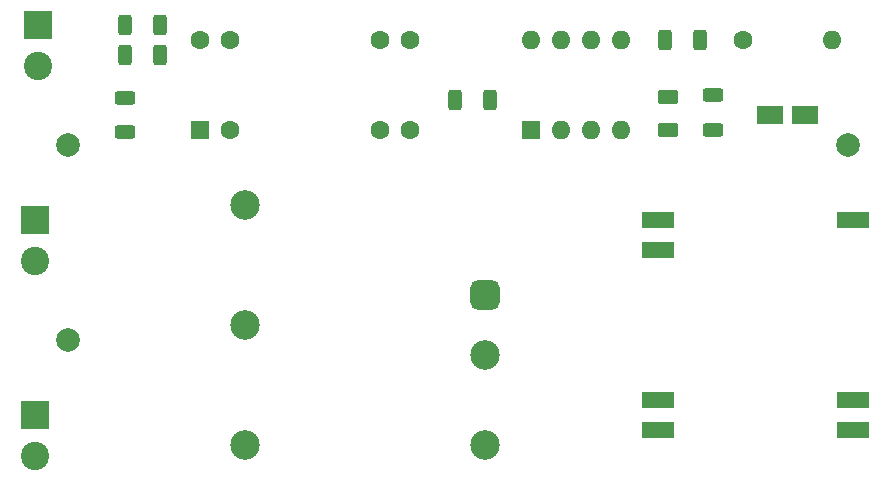
<source format=gts>
%TF.GenerationSoftware,KiCad,Pcbnew,6.0.8-1.fc36*%
%TF.CreationDate,2022-11-05T02:50:58+01:00*%
%TF.ProjectId,recruiting,72656372-7569-4746-996e-672e6b696361,V0*%
%TF.SameCoordinates,Original*%
%TF.FileFunction,Soldermask,Top*%
%TF.FilePolarity,Negative*%
%FSLAX46Y46*%
G04 Gerber Fmt 4.6, Leading zero omitted, Abs format (unit mm)*
G04 Created by KiCad (PCBNEW 6.0.8-1.fc36) date 2022-11-05 02:50:58*
%MOMM*%
%LPD*%
G01*
G04 APERTURE LIST*
G04 Aperture macros list*
%AMRoundRect*
0 Rectangle with rounded corners*
0 $1 Rounding radius*
0 $2 $3 $4 $5 $6 $7 $8 $9 X,Y pos of 4 corners*
0 Add a 4 corners polygon primitive as box body*
4,1,4,$2,$3,$4,$5,$6,$7,$8,$9,$2,$3,0*
0 Add four circle primitives for the rounded corners*
1,1,$1+$1,$2,$3*
1,1,$1+$1,$4,$5*
1,1,$1+$1,$6,$7*
1,1,$1+$1,$8,$9*
0 Add four rect primitives between the rounded corners*
20,1,$1+$1,$2,$3,$4,$5,0*
20,1,$1+$1,$4,$5,$6,$7,0*
20,1,$1+$1,$6,$7,$8,$9,0*
20,1,$1+$1,$8,$9,$2,$3,0*%
G04 Aperture macros list end*
%ADD10C,2.000000*%
%ADD11R,1.600000X1.600000*%
%ADD12O,1.600000X1.600000*%
%ADD13C,1.600000*%
%ADD14RoundRect,0.625000X-0.625000X0.625000X-0.625000X-0.625000X0.625000X-0.625000X0.625000X0.625000X0*%
%ADD15C,2.500000*%
%ADD16R,2.800000X1.400000*%
%ADD17RoundRect,0.250000X-0.312500X-0.625000X0.312500X-0.625000X0.312500X0.625000X-0.312500X0.625000X0*%
%ADD18RoundRect,0.250000X-0.625000X0.312500X-0.625000X-0.312500X0.625000X-0.312500X0.625000X0.312500X0*%
%ADD19R,2.400000X2.400000*%
%ADD20C,2.400000*%
%ADD21RoundRect,0.250000X-0.625000X0.375000X-0.625000X-0.375000X0.625000X-0.375000X0.625000X0.375000X0*%
%ADD22R,2.200000X1.600000*%
G04 APERTURE END LIST*
D10*
%TO.C,H3*%
X175452500Y-78740000D03*
%TD*%
%TO.C,H2*%
X109412500Y-95250000D03*
%TD*%
%TO.C,H1*%
X109412500Y-78740000D03*
%TD*%
D11*
%TO.C,U4*%
X148600000Y-77460000D03*
D12*
X151140000Y-77460000D03*
X153680000Y-77460000D03*
X156220000Y-77460000D03*
X156220000Y-69840000D03*
X153680000Y-69840000D03*
X151140000Y-69840000D03*
X148600000Y-69840000D03*
%TD*%
D11*
%TO.C,U3*%
X120650000Y-77465000D03*
D13*
X123190000Y-77465000D03*
X135890000Y-77465000D03*
X138430000Y-77465000D03*
X138430000Y-69845000D03*
X135890000Y-69845000D03*
X123190000Y-69845000D03*
X120650000Y-69845000D03*
%TD*%
D14*
%TO.C,U2*%
X144780000Y-91440000D03*
D15*
X144780000Y-96520000D03*
X124460000Y-83820000D03*
X124460000Y-93980000D03*
X124460000Y-104140000D03*
X144780000Y-104140000D03*
%TD*%
D16*
%TO.C,U1*%
X175890000Y-85090000D03*
X175890000Y-100330000D03*
X175890000Y-102870000D03*
X159390000Y-102870000D03*
X159390000Y-100330000D03*
X159390000Y-87630000D03*
X159390000Y-85090000D03*
%TD*%
D17*
%TO.C,R6*%
X160020000Y-69850000D03*
X162945000Y-69850000D03*
%TD*%
%TO.C,R5*%
X114300000Y-68580000D03*
X117225000Y-68580000D03*
%TD*%
D18*
%TO.C,R4*%
X114300000Y-74737500D03*
X114300000Y-77662500D03*
%TD*%
D17*
%TO.C,R3*%
X142240000Y-74930000D03*
X145165000Y-74930000D03*
%TD*%
%TO.C,R2*%
X114300000Y-71120000D03*
X117225000Y-71120000D03*
%TD*%
D18*
%TO.C,R1*%
X164022500Y-74545000D03*
X164022500Y-77470000D03*
%TD*%
D19*
%TO.C,J3*%
X106680000Y-85090000D03*
D20*
X106680000Y-88590000D03*
%TD*%
D19*
%TO.C,J2*%
X106680000Y-101600000D03*
D20*
X106680000Y-105100000D03*
%TD*%
D19*
%TO.C,J1*%
X106872500Y-68580000D03*
D20*
X106872500Y-72080000D03*
%TD*%
D21*
%TO.C,D1*%
X160212500Y-74670000D03*
X160212500Y-77470000D03*
%TD*%
D13*
%TO.C,C2*%
X166622500Y-69850000D03*
D12*
X174122500Y-69850000D03*
%TD*%
D22*
%TO.C,C1*%
X171872500Y-76200000D03*
X168872500Y-76200000D03*
%TD*%
M02*

</source>
